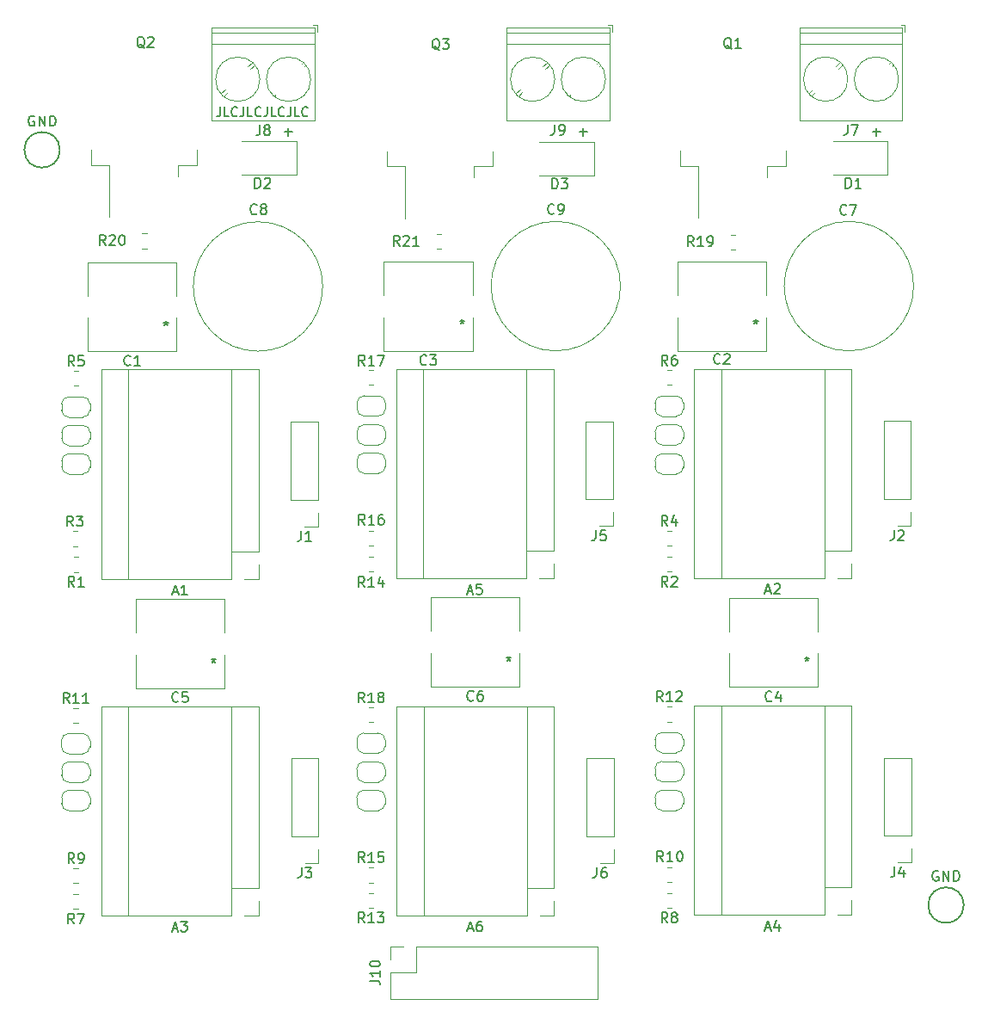
<source format=gbr>
%TF.GenerationSoftware,KiCad,Pcbnew,(6.0.2)*%
%TF.CreationDate,2022-02-23T19:09:50-05:00*%
%TF.ProjectId,SDP_motors,5344505f-6d6f-4746-9f72-732e6b696361,rev?*%
%TF.SameCoordinates,Original*%
%TF.FileFunction,Legend,Top*%
%TF.FilePolarity,Positive*%
%FSLAX46Y46*%
G04 Gerber Fmt 4.6, Leading zero omitted, Abs format (unit mm)*
G04 Created by KiCad (PCBNEW (6.0.2)) date 2022-02-23 19:09:50*
%MOMM*%
%LPD*%
G01*
G04 APERTURE LIST*
%ADD10C,0.150000*%
%ADD11C,0.120000*%
G04 APERTURE END LIST*
D10*
X172186647Y-57627828D02*
X172948552Y-57627828D01*
X172567600Y-58008780D02*
X172567600Y-57246876D01*
X178663695Y-130360800D02*
X178568457Y-130313180D01*
X178425600Y-130313180D01*
X178282742Y-130360800D01*
X178187504Y-130456038D01*
X178139885Y-130551276D01*
X178092266Y-130741752D01*
X178092266Y-130884609D01*
X178139885Y-131075085D01*
X178187504Y-131170323D01*
X178282742Y-131265561D01*
X178425600Y-131313180D01*
X178520838Y-131313180D01*
X178663695Y-131265561D01*
X178711314Y-131217942D01*
X178711314Y-130884609D01*
X178520838Y-130884609D01*
X179139885Y-131313180D02*
X179139885Y-130313180D01*
X179711314Y-131313180D01*
X179711314Y-130313180D01*
X180187504Y-131313180D02*
X180187504Y-130313180D01*
X180425600Y-130313180D01*
X180568457Y-130360800D01*
X180663695Y-130456038D01*
X180711314Y-130551276D01*
X180758933Y-130741752D01*
X180758933Y-130884609D01*
X180711314Y-131075085D01*
X180663695Y-131170323D01*
X180568457Y-131265561D01*
X180425600Y-131313180D01*
X180187504Y-131313180D01*
X89662095Y-56091200D02*
X89566857Y-56043580D01*
X89424000Y-56043580D01*
X89281142Y-56091200D01*
X89185904Y-56186438D01*
X89138285Y-56281676D01*
X89090666Y-56472152D01*
X89090666Y-56615009D01*
X89138285Y-56805485D01*
X89185904Y-56900723D01*
X89281142Y-56995961D01*
X89424000Y-57043580D01*
X89519238Y-57043580D01*
X89662095Y-56995961D01*
X89709714Y-56948342D01*
X89709714Y-56615009D01*
X89519238Y-56615009D01*
X90138285Y-57043580D02*
X90138285Y-56043580D01*
X90709714Y-57043580D01*
X90709714Y-56043580D01*
X91185904Y-57043580D02*
X91185904Y-56043580D01*
X91424000Y-56043580D01*
X91566857Y-56091200D01*
X91662095Y-56186438D01*
X91709714Y-56281676D01*
X91757333Y-56472152D01*
X91757333Y-56615009D01*
X91709714Y-56805485D01*
X91662095Y-56900723D01*
X91566857Y-56995961D01*
X91424000Y-57043580D01*
X91185904Y-57043580D01*
X107958457Y-55183942D02*
X107958457Y-55826800D01*
X107915600Y-55955371D01*
X107829885Y-56041085D01*
X107701314Y-56083942D01*
X107615600Y-56083942D01*
X108815600Y-56083942D02*
X108387028Y-56083942D01*
X108387028Y-55183942D01*
X109629885Y-55998228D02*
X109587028Y-56041085D01*
X109458457Y-56083942D01*
X109372742Y-56083942D01*
X109244171Y-56041085D01*
X109158457Y-55955371D01*
X109115600Y-55869657D01*
X109072742Y-55698228D01*
X109072742Y-55569657D01*
X109115600Y-55398228D01*
X109158457Y-55312514D01*
X109244171Y-55226800D01*
X109372742Y-55183942D01*
X109458457Y-55183942D01*
X109587028Y-55226800D01*
X109629885Y-55269657D01*
X110272742Y-55183942D02*
X110272742Y-55826800D01*
X110229885Y-55955371D01*
X110144171Y-56041085D01*
X110015600Y-56083942D01*
X109929885Y-56083942D01*
X111129885Y-56083942D02*
X110701314Y-56083942D01*
X110701314Y-55183942D01*
X111944171Y-55998228D02*
X111901314Y-56041085D01*
X111772742Y-56083942D01*
X111687028Y-56083942D01*
X111558457Y-56041085D01*
X111472742Y-55955371D01*
X111429885Y-55869657D01*
X111387028Y-55698228D01*
X111387028Y-55569657D01*
X111429885Y-55398228D01*
X111472742Y-55312514D01*
X111558457Y-55226800D01*
X111687028Y-55183942D01*
X111772742Y-55183942D01*
X111901314Y-55226800D01*
X111944171Y-55269657D01*
X112587028Y-55183942D02*
X112587028Y-55826800D01*
X112544171Y-55955371D01*
X112458457Y-56041085D01*
X112329885Y-56083942D01*
X112244171Y-56083942D01*
X113444171Y-56083942D02*
X113015600Y-56083942D01*
X113015600Y-55183942D01*
X114258457Y-55998228D02*
X114215600Y-56041085D01*
X114087028Y-56083942D01*
X114001314Y-56083942D01*
X113872742Y-56041085D01*
X113787028Y-55955371D01*
X113744171Y-55869657D01*
X113701314Y-55698228D01*
X113701314Y-55569657D01*
X113744171Y-55398228D01*
X113787028Y-55312514D01*
X113872742Y-55226800D01*
X114001314Y-55183942D01*
X114087028Y-55183942D01*
X114215600Y-55226800D01*
X114258457Y-55269657D01*
X114901314Y-55183942D02*
X114901314Y-55826800D01*
X114858457Y-55955371D01*
X114772742Y-56041085D01*
X114644171Y-56083942D01*
X114558457Y-56083942D01*
X115758457Y-56083942D02*
X115329885Y-56083942D01*
X115329885Y-55183942D01*
X116572742Y-55998228D02*
X116529885Y-56041085D01*
X116401314Y-56083942D01*
X116315600Y-56083942D01*
X116187028Y-56041085D01*
X116101314Y-55955371D01*
X116058457Y-55869657D01*
X116015600Y-55698228D01*
X116015600Y-55569657D01*
X116058457Y-55398228D01*
X116101314Y-55312514D01*
X116187028Y-55226800D01*
X116315600Y-55183942D01*
X116401314Y-55183942D01*
X116529885Y-55226800D01*
X116572742Y-55269657D01*
X143332247Y-57627828D02*
X144094152Y-57627828D01*
X143713200Y-58008780D02*
X143713200Y-57246876D01*
X114274647Y-57627828D02*
X115036552Y-57627828D01*
X114655600Y-58008780D02*
X114655600Y-57246876D01*
%TO.C,C3*%
X128281133Y-80468742D02*
X128233514Y-80516361D01*
X128090657Y-80563980D01*
X127995419Y-80563980D01*
X127852561Y-80516361D01*
X127757323Y-80421123D01*
X127709704Y-80325885D01*
X127662085Y-80135409D01*
X127662085Y-79992552D01*
X127709704Y-79802076D01*
X127757323Y-79706838D01*
X127852561Y-79611600D01*
X127995419Y-79563980D01*
X128090657Y-79563980D01*
X128233514Y-79611600D01*
X128281133Y-79659219D01*
X128614466Y-79563980D02*
X129233514Y-79563980D01*
X128900180Y-79944933D01*
X129043038Y-79944933D01*
X129138276Y-79992552D01*
X129185895Y-80040171D01*
X129233514Y-80135409D01*
X129233514Y-80373504D01*
X129185895Y-80468742D01*
X129138276Y-80516361D01*
X129043038Y-80563980D01*
X128757323Y-80563980D01*
X128662085Y-80516361D01*
X128614466Y-80468742D01*
X131775200Y-76058780D02*
X131775200Y-76296876D01*
X131537104Y-76201638D02*
X131775200Y-76296876D01*
X132013295Y-76201638D01*
X131632342Y-76487352D02*
X131775200Y-76296876D01*
X131918057Y-76487352D01*
%TO.C,R6*%
X152014733Y-80590380D02*
X151681400Y-80114190D01*
X151443304Y-80590380D02*
X151443304Y-79590380D01*
X151824257Y-79590380D01*
X151919495Y-79638000D01*
X151967114Y-79685619D01*
X152014733Y-79780857D01*
X152014733Y-79923714D01*
X151967114Y-80018952D01*
X151919495Y-80066571D01*
X151824257Y-80114190D01*
X151443304Y-80114190D01*
X152871876Y-79590380D02*
X152681400Y-79590380D01*
X152586161Y-79638000D01*
X152538542Y-79685619D01*
X152443304Y-79828476D01*
X152395685Y-80018952D01*
X152395685Y-80399904D01*
X152443304Y-80495142D01*
X152490923Y-80542761D01*
X152586161Y-80590380D01*
X152776638Y-80590380D01*
X152871876Y-80542761D01*
X152919495Y-80495142D01*
X152967114Y-80399904D01*
X152967114Y-80161809D01*
X152919495Y-80066571D01*
X152871876Y-80018952D01*
X152776638Y-79971333D01*
X152586161Y-79971333D01*
X152490923Y-80018952D01*
X152443304Y-80066571D01*
X152395685Y-80161809D01*
%TO.C,J5*%
X144949266Y-96829180D02*
X144949266Y-97543466D01*
X144901647Y-97686323D01*
X144806409Y-97781561D01*
X144663552Y-97829180D01*
X144568314Y-97829180D01*
X145901647Y-96829180D02*
X145425457Y-96829180D01*
X145377838Y-97305371D01*
X145425457Y-97257752D01*
X145520695Y-97210133D01*
X145758790Y-97210133D01*
X145854028Y-97257752D01*
X145901647Y-97305371D01*
X145949266Y-97400609D01*
X145949266Y-97638704D01*
X145901647Y-97733942D01*
X145854028Y-97781561D01*
X145758790Y-97829180D01*
X145520695Y-97829180D01*
X145425457Y-97781561D01*
X145377838Y-97733942D01*
%TO.C,Q3*%
X129571761Y-49569619D02*
X129476523Y-49522000D01*
X129381285Y-49426761D01*
X129238428Y-49283904D01*
X129143190Y-49236285D01*
X129047952Y-49236285D01*
X129095571Y-49474380D02*
X129000333Y-49426761D01*
X128905095Y-49331523D01*
X128857476Y-49141047D01*
X128857476Y-48807714D01*
X128905095Y-48617238D01*
X129000333Y-48522000D01*
X129095571Y-48474380D01*
X129286047Y-48474380D01*
X129381285Y-48522000D01*
X129476523Y-48617238D01*
X129524142Y-48807714D01*
X129524142Y-49141047D01*
X129476523Y-49331523D01*
X129381285Y-49426761D01*
X129286047Y-49474380D01*
X129095571Y-49474380D01*
X129857476Y-48474380D02*
X130476523Y-48474380D01*
X130143190Y-48855333D01*
X130286047Y-48855333D01*
X130381285Y-48902952D01*
X130428904Y-48950571D01*
X130476523Y-49045809D01*
X130476523Y-49283904D01*
X130428904Y-49379142D01*
X130381285Y-49426761D01*
X130286047Y-49474380D01*
X130000333Y-49474380D01*
X129905095Y-49426761D01*
X129857476Y-49379142D01*
%TO.C,R15*%
X122166142Y-129484380D02*
X121832809Y-129008190D01*
X121594714Y-129484380D02*
X121594714Y-128484380D01*
X121975666Y-128484380D01*
X122070904Y-128532000D01*
X122118523Y-128579619D01*
X122166142Y-128674857D01*
X122166142Y-128817714D01*
X122118523Y-128912952D01*
X122070904Y-128960571D01*
X121975666Y-129008190D01*
X121594714Y-129008190D01*
X123118523Y-129484380D02*
X122547095Y-129484380D01*
X122832809Y-129484380D02*
X122832809Y-128484380D01*
X122737571Y-128627238D01*
X122642333Y-128722476D01*
X122547095Y-128770095D01*
X124023285Y-128484380D02*
X123547095Y-128484380D01*
X123499476Y-128960571D01*
X123547095Y-128912952D01*
X123642333Y-128865333D01*
X123880428Y-128865333D01*
X123975666Y-128912952D01*
X124023285Y-128960571D01*
X124070904Y-129055809D01*
X124070904Y-129293904D01*
X124023285Y-129389142D01*
X123975666Y-129436761D01*
X123880428Y-129484380D01*
X123642333Y-129484380D01*
X123547095Y-129436761D01*
X123499476Y-129389142D01*
%TO.C,J2*%
X174301666Y-96819180D02*
X174301666Y-97533466D01*
X174254047Y-97676323D01*
X174158809Y-97771561D01*
X174015952Y-97819180D01*
X173920714Y-97819180D01*
X174730238Y-96914419D02*
X174777857Y-96866800D01*
X174873095Y-96819180D01*
X175111190Y-96819180D01*
X175206428Y-96866800D01*
X175254047Y-96914419D01*
X175301666Y-97009657D01*
X175301666Y-97104895D01*
X175254047Y-97247752D01*
X174682619Y-97819180D01*
X175301666Y-97819180D01*
%TO.C,J9*%
X140890666Y-56907180D02*
X140890666Y-57621466D01*
X140843047Y-57764323D01*
X140747809Y-57859561D01*
X140604952Y-57907180D01*
X140509714Y-57907180D01*
X141414476Y-57907180D02*
X141604952Y-57907180D01*
X141700190Y-57859561D01*
X141747809Y-57811942D01*
X141843047Y-57669085D01*
X141890666Y-57478609D01*
X141890666Y-57097657D01*
X141843047Y-57002419D01*
X141795428Y-56954800D01*
X141700190Y-56907180D01*
X141509714Y-56907180D01*
X141414476Y-56954800D01*
X141366857Y-57002419D01*
X141319238Y-57097657D01*
X141319238Y-57335752D01*
X141366857Y-57430990D01*
X141414476Y-57478609D01*
X141509714Y-57526228D01*
X141700190Y-57526228D01*
X141795428Y-57478609D01*
X141843047Y-57430990D01*
X141890666Y-57335752D01*
%TO.C,A1*%
X103288714Y-102894266D02*
X103764904Y-102894266D01*
X103193476Y-103179980D02*
X103526809Y-102179980D01*
X103860142Y-103179980D01*
X104717285Y-103179980D02*
X104145857Y-103179980D01*
X104431571Y-103179980D02*
X104431571Y-102179980D01*
X104336333Y-102322838D01*
X104241095Y-102418076D01*
X104145857Y-102465695D01*
%TO.C,C2*%
X157186333Y-80367142D02*
X157138714Y-80414761D01*
X156995857Y-80462380D01*
X156900619Y-80462380D01*
X156757761Y-80414761D01*
X156662523Y-80319523D01*
X156614904Y-80224285D01*
X156567285Y-80033809D01*
X156567285Y-79890952D01*
X156614904Y-79700476D01*
X156662523Y-79605238D01*
X156757761Y-79510000D01*
X156900619Y-79462380D01*
X156995857Y-79462380D01*
X157138714Y-79510000D01*
X157186333Y-79557619D01*
X157567285Y-79557619D02*
X157614904Y-79510000D01*
X157710142Y-79462380D01*
X157948238Y-79462380D01*
X158043476Y-79510000D01*
X158091095Y-79557619D01*
X158138714Y-79652857D01*
X158138714Y-79748095D01*
X158091095Y-79890952D01*
X157519666Y-80462380D01*
X158138714Y-80462380D01*
X160680400Y-76084180D02*
X160680400Y-76322276D01*
X160442304Y-76227038D02*
X160680400Y-76322276D01*
X160918495Y-76227038D01*
X160537542Y-76512752D02*
X160680400Y-76322276D01*
X160823257Y-76512752D01*
%TO.C,R5*%
X93584733Y-80651180D02*
X93251400Y-80174990D01*
X93013304Y-80651180D02*
X93013304Y-79651180D01*
X93394257Y-79651180D01*
X93489495Y-79698800D01*
X93537114Y-79746419D01*
X93584733Y-79841657D01*
X93584733Y-79984514D01*
X93537114Y-80079752D01*
X93489495Y-80127371D01*
X93394257Y-80174990D01*
X93013304Y-80174990D01*
X94489495Y-79651180D02*
X94013304Y-79651180D01*
X93965685Y-80127371D01*
X94013304Y-80079752D01*
X94108542Y-80032133D01*
X94346638Y-80032133D01*
X94441876Y-80079752D01*
X94489495Y-80127371D01*
X94537114Y-80222609D01*
X94537114Y-80460704D01*
X94489495Y-80555942D01*
X94441876Y-80603561D01*
X94346638Y-80651180D01*
X94108542Y-80651180D01*
X94013304Y-80603561D01*
X93965685Y-80555942D01*
%TO.C,J6*%
X145030866Y-129991580D02*
X145030866Y-130705866D01*
X144983247Y-130848723D01*
X144888009Y-130943961D01*
X144745152Y-130991580D01*
X144649914Y-130991580D01*
X145935628Y-129991580D02*
X145745152Y-129991580D01*
X145649914Y-130039200D01*
X145602295Y-130086819D01*
X145507057Y-130229676D01*
X145459438Y-130420152D01*
X145459438Y-130801104D01*
X145507057Y-130896342D01*
X145554676Y-130943961D01*
X145649914Y-130991580D01*
X145840390Y-130991580D01*
X145935628Y-130943961D01*
X145983247Y-130896342D01*
X146030866Y-130801104D01*
X146030866Y-130563009D01*
X145983247Y-130467771D01*
X145935628Y-130420152D01*
X145840390Y-130372533D01*
X145649914Y-130372533D01*
X145554676Y-130420152D01*
X145507057Y-130467771D01*
X145459438Y-130563009D01*
%TO.C,A3*%
X103278714Y-136015866D02*
X103754904Y-136015866D01*
X103183476Y-136301580D02*
X103516809Y-135301580D01*
X103850142Y-136301580D01*
X104088238Y-135301580D02*
X104707285Y-135301580D01*
X104373952Y-135682533D01*
X104516809Y-135682533D01*
X104612047Y-135730152D01*
X104659666Y-135777771D01*
X104707285Y-135873009D01*
X104707285Y-136111104D01*
X104659666Y-136206342D01*
X104612047Y-136253961D01*
X104516809Y-136301580D01*
X104231095Y-136301580D01*
X104135857Y-136253961D01*
X104088238Y-136206342D01*
%TO.C,R2*%
X152004733Y-102357180D02*
X151671400Y-101880990D01*
X151433304Y-102357180D02*
X151433304Y-101357180D01*
X151814257Y-101357180D01*
X151909495Y-101404800D01*
X151957114Y-101452419D01*
X152004733Y-101547657D01*
X152004733Y-101690514D01*
X151957114Y-101785752D01*
X151909495Y-101833371D01*
X151814257Y-101880990D01*
X151433304Y-101880990D01*
X152385685Y-101452419D02*
X152433304Y-101404800D01*
X152528542Y-101357180D01*
X152766638Y-101357180D01*
X152861876Y-101404800D01*
X152909495Y-101452419D01*
X152957114Y-101547657D01*
X152957114Y-101642895D01*
X152909495Y-101785752D01*
X152338066Y-102357180D01*
X152957114Y-102357180D01*
%TO.C,J4*%
X174348816Y-129940780D02*
X174348816Y-130655066D01*
X174301197Y-130797923D01*
X174205959Y-130893161D01*
X174063102Y-130940780D01*
X173967864Y-130940780D01*
X175253578Y-130274114D02*
X175253578Y-130940780D01*
X175015483Y-129893161D02*
X174777388Y-130607447D01*
X175396435Y-130607447D01*
%TO.C,D3*%
X140638304Y-63201180D02*
X140638304Y-62201180D01*
X140876400Y-62201180D01*
X141019257Y-62248800D01*
X141114495Y-62344038D01*
X141162114Y-62439276D01*
X141209733Y-62629752D01*
X141209733Y-62772609D01*
X141162114Y-62963085D01*
X141114495Y-63058323D01*
X141019257Y-63153561D01*
X140876400Y-63201180D01*
X140638304Y-63201180D01*
X141543066Y-62201180D02*
X142162114Y-62201180D01*
X141828780Y-62582133D01*
X141971638Y-62582133D01*
X142066876Y-62629752D01*
X142114495Y-62677371D01*
X142162114Y-62772609D01*
X142162114Y-63010704D01*
X142114495Y-63105942D01*
X142066876Y-63153561D01*
X141971638Y-63201180D01*
X141685923Y-63201180D01*
X141590685Y-63153561D01*
X141543066Y-63105942D01*
%TO.C,Q2*%
X100514161Y-49366419D02*
X100418923Y-49318800D01*
X100323685Y-49223561D01*
X100180828Y-49080704D01*
X100085590Y-49033085D01*
X99990352Y-49033085D01*
X100037971Y-49271180D02*
X99942733Y-49223561D01*
X99847495Y-49128323D01*
X99799876Y-48937847D01*
X99799876Y-48604514D01*
X99847495Y-48414038D01*
X99942733Y-48318800D01*
X100037971Y-48271180D01*
X100228447Y-48271180D01*
X100323685Y-48318800D01*
X100418923Y-48414038D01*
X100466542Y-48604514D01*
X100466542Y-48937847D01*
X100418923Y-49128323D01*
X100323685Y-49223561D01*
X100228447Y-49271180D01*
X100037971Y-49271180D01*
X100847495Y-48366419D02*
X100895114Y-48318800D01*
X100990352Y-48271180D01*
X101228447Y-48271180D01*
X101323685Y-48318800D01*
X101371304Y-48366419D01*
X101418923Y-48461657D01*
X101418923Y-48556895D01*
X101371304Y-48699752D01*
X100799876Y-49271180D01*
X101418923Y-49271180D01*
%TO.C,C8*%
X111557933Y-65645142D02*
X111510314Y-65692761D01*
X111367457Y-65740380D01*
X111272219Y-65740380D01*
X111129361Y-65692761D01*
X111034123Y-65597523D01*
X110986504Y-65502285D01*
X110938885Y-65311809D01*
X110938885Y-65168952D01*
X110986504Y-64978476D01*
X111034123Y-64883238D01*
X111129361Y-64788000D01*
X111272219Y-64740380D01*
X111367457Y-64740380D01*
X111510314Y-64788000D01*
X111557933Y-64835619D01*
X112129361Y-65168952D02*
X112034123Y-65121333D01*
X111986504Y-65073714D01*
X111938885Y-64978476D01*
X111938885Y-64930857D01*
X111986504Y-64835619D01*
X112034123Y-64788000D01*
X112129361Y-64740380D01*
X112319838Y-64740380D01*
X112415076Y-64788000D01*
X112462695Y-64835619D01*
X112510314Y-64930857D01*
X112510314Y-64978476D01*
X112462695Y-65073714D01*
X112415076Y-65121333D01*
X112319838Y-65168952D01*
X112129361Y-65168952D01*
X112034123Y-65216571D01*
X111986504Y-65264190D01*
X111938885Y-65359428D01*
X111938885Y-65549904D01*
X111986504Y-65645142D01*
X112034123Y-65692761D01*
X112129361Y-65740380D01*
X112319838Y-65740380D01*
X112415076Y-65692761D01*
X112462695Y-65645142D01*
X112510314Y-65549904D01*
X112510314Y-65359428D01*
X112462695Y-65264190D01*
X112415076Y-65216571D01*
X112319838Y-65168952D01*
%TO.C,C1*%
X99121933Y-80519542D02*
X99074314Y-80567161D01*
X98931457Y-80614780D01*
X98836219Y-80614780D01*
X98693361Y-80567161D01*
X98598123Y-80471923D01*
X98550504Y-80376685D01*
X98502885Y-80186209D01*
X98502885Y-80043352D01*
X98550504Y-79852876D01*
X98598123Y-79757638D01*
X98693361Y-79662400D01*
X98836219Y-79614780D01*
X98931457Y-79614780D01*
X99074314Y-79662400D01*
X99121933Y-79710019D01*
X100074314Y-80614780D02*
X99502885Y-80614780D01*
X99788600Y-80614780D02*
X99788600Y-79614780D01*
X99693361Y-79757638D01*
X99598123Y-79852876D01*
X99502885Y-79900495D01*
X102616000Y-76211180D02*
X102616000Y-76449276D01*
X102377904Y-76354038D02*
X102616000Y-76449276D01*
X102854095Y-76354038D01*
X102473142Y-76639752D02*
X102616000Y-76449276D01*
X102758857Y-76639752D01*
%TO.C,J8*%
X111858466Y-56955380D02*
X111858466Y-57669666D01*
X111810847Y-57812523D01*
X111715609Y-57907761D01*
X111572752Y-57955380D01*
X111477514Y-57955380D01*
X112477514Y-57383952D02*
X112382276Y-57336333D01*
X112334657Y-57288714D01*
X112287038Y-57193476D01*
X112287038Y-57145857D01*
X112334657Y-57050619D01*
X112382276Y-57003000D01*
X112477514Y-56955380D01*
X112667990Y-56955380D01*
X112763228Y-57003000D01*
X112810847Y-57050619D01*
X112858466Y-57145857D01*
X112858466Y-57193476D01*
X112810847Y-57288714D01*
X112763228Y-57336333D01*
X112667990Y-57383952D01*
X112477514Y-57383952D01*
X112382276Y-57431571D01*
X112334657Y-57479190D01*
X112287038Y-57574428D01*
X112287038Y-57764904D01*
X112334657Y-57860142D01*
X112382276Y-57907761D01*
X112477514Y-57955380D01*
X112667990Y-57955380D01*
X112763228Y-57907761D01*
X112810847Y-57860142D01*
X112858466Y-57764904D01*
X112858466Y-57574428D01*
X112810847Y-57479190D01*
X112763228Y-57431571D01*
X112667990Y-57383952D01*
%TO.C,R12*%
X151528542Y-113660180D02*
X151195209Y-113183990D01*
X150957114Y-113660180D02*
X150957114Y-112660180D01*
X151338066Y-112660180D01*
X151433304Y-112707800D01*
X151480923Y-112755419D01*
X151528542Y-112850657D01*
X151528542Y-112993514D01*
X151480923Y-113088752D01*
X151433304Y-113136371D01*
X151338066Y-113183990D01*
X150957114Y-113183990D01*
X152480923Y-113660180D02*
X151909495Y-113660180D01*
X152195209Y-113660180D02*
X152195209Y-112660180D01*
X152099971Y-112803038D01*
X152004733Y-112898276D01*
X151909495Y-112945895D01*
X152861876Y-112755419D02*
X152909495Y-112707800D01*
X153004733Y-112660180D01*
X153242828Y-112660180D01*
X153338066Y-112707800D01*
X153385685Y-112755419D01*
X153433304Y-112850657D01*
X153433304Y-112945895D01*
X153385685Y-113088752D01*
X152814257Y-113660180D01*
X153433304Y-113660180D01*
%TO.C,R8*%
X152004733Y-135427980D02*
X151671400Y-134951790D01*
X151433304Y-135427980D02*
X151433304Y-134427980D01*
X151814257Y-134427980D01*
X151909495Y-134475600D01*
X151957114Y-134523219D01*
X152004733Y-134618457D01*
X152004733Y-134761314D01*
X151957114Y-134856552D01*
X151909495Y-134904171D01*
X151814257Y-134951790D01*
X151433304Y-134951790D01*
X152576161Y-134856552D02*
X152480923Y-134808933D01*
X152433304Y-134761314D01*
X152385685Y-134666076D01*
X152385685Y-134618457D01*
X152433304Y-134523219D01*
X152480923Y-134475600D01*
X152576161Y-134427980D01*
X152766638Y-134427980D01*
X152861876Y-134475600D01*
X152909495Y-134523219D01*
X152957114Y-134618457D01*
X152957114Y-134666076D01*
X152909495Y-134761314D01*
X152861876Y-134808933D01*
X152766638Y-134856552D01*
X152576161Y-134856552D01*
X152480923Y-134904171D01*
X152433304Y-134951790D01*
X152385685Y-135047028D01*
X152385685Y-135237504D01*
X152433304Y-135332742D01*
X152480923Y-135380361D01*
X152576161Y-135427980D01*
X152766638Y-135427980D01*
X152861876Y-135380361D01*
X152909495Y-135332742D01*
X152957114Y-135237504D01*
X152957114Y-135047028D01*
X152909495Y-134951790D01*
X152861876Y-134904171D01*
X152766638Y-134856552D01*
%TO.C,J7*%
X169742916Y-56937980D02*
X169742916Y-57652266D01*
X169695297Y-57795123D01*
X169600059Y-57890361D01*
X169457202Y-57937980D01*
X169361964Y-57937980D01*
X170123869Y-56937980D02*
X170790535Y-56937980D01*
X170361964Y-57937980D01*
%TO.C,R3*%
X93483133Y-96413580D02*
X93149800Y-95937390D01*
X92911704Y-96413580D02*
X92911704Y-95413580D01*
X93292657Y-95413580D01*
X93387895Y-95461200D01*
X93435514Y-95508819D01*
X93483133Y-95604057D01*
X93483133Y-95746914D01*
X93435514Y-95842152D01*
X93387895Y-95889771D01*
X93292657Y-95937390D01*
X92911704Y-95937390D01*
X93816466Y-95413580D02*
X94435514Y-95413580D01*
X94102180Y-95794533D01*
X94245038Y-95794533D01*
X94340276Y-95842152D01*
X94387895Y-95889771D01*
X94435514Y-95985009D01*
X94435514Y-96223104D01*
X94387895Y-96318342D01*
X94340276Y-96365961D01*
X94245038Y-96413580D01*
X93959323Y-96413580D01*
X93864085Y-96365961D01*
X93816466Y-96318342D01*
%TO.C,A6*%
X132346314Y-136005866D02*
X132822504Y-136005866D01*
X132251076Y-136291580D02*
X132584409Y-135291580D01*
X132917742Y-136291580D01*
X133679647Y-135291580D02*
X133489171Y-135291580D01*
X133393933Y-135339200D01*
X133346314Y-135386819D01*
X133251076Y-135529676D01*
X133203457Y-135720152D01*
X133203457Y-136101104D01*
X133251076Y-136196342D01*
X133298695Y-136243961D01*
X133393933Y-136291580D01*
X133584409Y-136291580D01*
X133679647Y-136243961D01*
X133727266Y-136196342D01*
X133774885Y-136101104D01*
X133774885Y-135863009D01*
X133727266Y-135767771D01*
X133679647Y-135720152D01*
X133584409Y-135672533D01*
X133393933Y-135672533D01*
X133298695Y-135720152D01*
X133251076Y-135767771D01*
X133203457Y-135863009D01*
%TO.C,R13*%
X122166142Y-135427980D02*
X121832809Y-134951790D01*
X121594714Y-135427980D02*
X121594714Y-134427980D01*
X121975666Y-134427980D01*
X122070904Y-134475600D01*
X122118523Y-134523219D01*
X122166142Y-134618457D01*
X122166142Y-134761314D01*
X122118523Y-134856552D01*
X122070904Y-134904171D01*
X121975666Y-134951790D01*
X121594714Y-134951790D01*
X123118523Y-135427980D02*
X122547095Y-135427980D01*
X122832809Y-135427980D02*
X122832809Y-134427980D01*
X122737571Y-134570838D01*
X122642333Y-134666076D01*
X122547095Y-134713695D01*
X123451857Y-134427980D02*
X124070904Y-134427980D01*
X123737571Y-134808933D01*
X123880428Y-134808933D01*
X123975666Y-134856552D01*
X124023285Y-134904171D01*
X124070904Y-134999409D01*
X124070904Y-135237504D01*
X124023285Y-135332742D01*
X123975666Y-135380361D01*
X123880428Y-135427980D01*
X123594714Y-135427980D01*
X123499476Y-135380361D01*
X123451857Y-135332742D01*
%TO.C,R4*%
X152004733Y-96362780D02*
X151671400Y-95886590D01*
X151433304Y-96362780D02*
X151433304Y-95362780D01*
X151814257Y-95362780D01*
X151909495Y-95410400D01*
X151957114Y-95458019D01*
X152004733Y-95553257D01*
X152004733Y-95696114D01*
X151957114Y-95791352D01*
X151909495Y-95838971D01*
X151814257Y-95886590D01*
X151433304Y-95886590D01*
X152861876Y-95696114D02*
X152861876Y-96362780D01*
X152623780Y-95315161D02*
X152385685Y-96029447D01*
X153004733Y-96029447D01*
%TO.C,R21*%
X125620542Y-68829180D02*
X125287209Y-68352990D01*
X125049114Y-68829180D02*
X125049114Y-67829180D01*
X125430066Y-67829180D01*
X125525304Y-67876800D01*
X125572923Y-67924419D01*
X125620542Y-68019657D01*
X125620542Y-68162514D01*
X125572923Y-68257752D01*
X125525304Y-68305371D01*
X125430066Y-68352990D01*
X125049114Y-68352990D01*
X126001495Y-67924419D02*
X126049114Y-67876800D01*
X126144352Y-67829180D01*
X126382447Y-67829180D01*
X126477685Y-67876800D01*
X126525304Y-67924419D01*
X126572923Y-68019657D01*
X126572923Y-68114895D01*
X126525304Y-68257752D01*
X125953876Y-68829180D01*
X126572923Y-68829180D01*
X127525304Y-68829180D02*
X126953876Y-68829180D01*
X127239590Y-68829180D02*
X127239590Y-67829180D01*
X127144352Y-67972038D01*
X127049114Y-68067276D01*
X126953876Y-68114895D01*
%TO.C,R20*%
X96664542Y-68778380D02*
X96331209Y-68302190D01*
X96093114Y-68778380D02*
X96093114Y-67778380D01*
X96474066Y-67778380D01*
X96569304Y-67826000D01*
X96616923Y-67873619D01*
X96664542Y-67968857D01*
X96664542Y-68111714D01*
X96616923Y-68206952D01*
X96569304Y-68254571D01*
X96474066Y-68302190D01*
X96093114Y-68302190D01*
X97045495Y-67873619D02*
X97093114Y-67826000D01*
X97188352Y-67778380D01*
X97426447Y-67778380D01*
X97521685Y-67826000D01*
X97569304Y-67873619D01*
X97616923Y-67968857D01*
X97616923Y-68064095D01*
X97569304Y-68206952D01*
X96997876Y-68778380D01*
X97616923Y-68778380D01*
X98235971Y-67778380D02*
X98331209Y-67778380D01*
X98426447Y-67826000D01*
X98474066Y-67873619D01*
X98521685Y-67968857D01*
X98569304Y-68159333D01*
X98569304Y-68397428D01*
X98521685Y-68587904D01*
X98474066Y-68683142D01*
X98426447Y-68730761D01*
X98331209Y-68778380D01*
X98235971Y-68778380D01*
X98140733Y-68730761D01*
X98093114Y-68683142D01*
X98045495Y-68587904D01*
X97997876Y-68397428D01*
X97997876Y-68159333D01*
X98045495Y-67968857D01*
X98093114Y-67873619D01*
X98140733Y-67826000D01*
X98235971Y-67778380D01*
%TO.C,A2*%
X161677914Y-102782666D02*
X162154104Y-102782666D01*
X161582676Y-103068380D02*
X161916009Y-102068380D01*
X162249342Y-103068380D01*
X162535057Y-102163619D02*
X162582676Y-102116000D01*
X162677914Y-102068380D01*
X162916009Y-102068380D01*
X163011247Y-102116000D01*
X163058866Y-102163619D01*
X163106485Y-102258857D01*
X163106485Y-102354095D01*
X163058866Y-102496952D01*
X162487438Y-103068380D01*
X163106485Y-103068380D01*
%TO.C,R18*%
X122166142Y-113762780D02*
X121832809Y-113286590D01*
X121594714Y-113762780D02*
X121594714Y-112762780D01*
X121975666Y-112762780D01*
X122070904Y-112810400D01*
X122118523Y-112858019D01*
X122166142Y-112953257D01*
X122166142Y-113096114D01*
X122118523Y-113191352D01*
X122070904Y-113238971D01*
X121975666Y-113286590D01*
X121594714Y-113286590D01*
X123118523Y-113762780D02*
X122547095Y-113762780D01*
X122832809Y-113762780D02*
X122832809Y-112762780D01*
X122737571Y-112905638D01*
X122642333Y-113000876D01*
X122547095Y-113048495D01*
X123689952Y-113191352D02*
X123594714Y-113143733D01*
X123547095Y-113096114D01*
X123499476Y-113000876D01*
X123499476Y-112953257D01*
X123547095Y-112858019D01*
X123594714Y-112810400D01*
X123689952Y-112762780D01*
X123880428Y-112762780D01*
X123975666Y-112810400D01*
X124023285Y-112858019D01*
X124070904Y-112953257D01*
X124070904Y-113000876D01*
X124023285Y-113096114D01*
X123975666Y-113143733D01*
X123880428Y-113191352D01*
X123689952Y-113191352D01*
X123594714Y-113238971D01*
X123547095Y-113286590D01*
X123499476Y-113381828D01*
X123499476Y-113572304D01*
X123547095Y-113667542D01*
X123594714Y-113715161D01*
X123689952Y-113762780D01*
X123880428Y-113762780D01*
X123975666Y-113715161D01*
X124023285Y-113667542D01*
X124070904Y-113572304D01*
X124070904Y-113381828D01*
X124023285Y-113286590D01*
X123975666Y-113238971D01*
X123880428Y-113191352D01*
%TO.C,R9*%
X93584733Y-129585980D02*
X93251400Y-129109790D01*
X93013304Y-129585980D02*
X93013304Y-128585980D01*
X93394257Y-128585980D01*
X93489495Y-128633600D01*
X93537114Y-128681219D01*
X93584733Y-128776457D01*
X93584733Y-128919314D01*
X93537114Y-129014552D01*
X93489495Y-129062171D01*
X93394257Y-129109790D01*
X93013304Y-129109790D01*
X94060923Y-129585980D02*
X94251400Y-129585980D01*
X94346638Y-129538361D01*
X94394257Y-129490742D01*
X94489495Y-129347885D01*
X94537114Y-129157409D01*
X94537114Y-128776457D01*
X94489495Y-128681219D01*
X94441876Y-128633600D01*
X94346638Y-128585980D01*
X94156161Y-128585980D01*
X94060923Y-128633600D01*
X94013304Y-128681219D01*
X93965685Y-128776457D01*
X93965685Y-129014552D01*
X94013304Y-129109790D01*
X94060923Y-129157409D01*
X94156161Y-129205028D01*
X94346638Y-129205028D01*
X94441876Y-129157409D01*
X94489495Y-129109790D01*
X94537114Y-129014552D01*
%TO.C,J1*%
X115922466Y-96879980D02*
X115922466Y-97594266D01*
X115874847Y-97737123D01*
X115779609Y-97832361D01*
X115636752Y-97879980D01*
X115541514Y-97879980D01*
X116922466Y-97879980D02*
X116351038Y-97879980D01*
X116636752Y-97879980D02*
X116636752Y-96879980D01*
X116541514Y-97022838D01*
X116446276Y-97118076D01*
X116351038Y-97165695D01*
%TO.C,J3*%
X115963266Y-130001580D02*
X115963266Y-130715866D01*
X115915647Y-130858723D01*
X115820409Y-130953961D01*
X115677552Y-131001580D01*
X115582314Y-131001580D01*
X116344219Y-130001580D02*
X116963266Y-130001580D01*
X116629933Y-130382533D01*
X116772790Y-130382533D01*
X116868028Y-130430152D01*
X116915647Y-130477771D01*
X116963266Y-130573009D01*
X116963266Y-130811104D01*
X116915647Y-130906342D01*
X116868028Y-130953961D01*
X116772790Y-131001580D01*
X116487076Y-131001580D01*
X116391838Y-130953961D01*
X116344219Y-130906342D01*
%TO.C,C4*%
X162266333Y-113564942D02*
X162218714Y-113612561D01*
X162075857Y-113660180D01*
X161980619Y-113660180D01*
X161837761Y-113612561D01*
X161742523Y-113517323D01*
X161694904Y-113422085D01*
X161647285Y-113231609D01*
X161647285Y-113088752D01*
X161694904Y-112898276D01*
X161742523Y-112803038D01*
X161837761Y-112707800D01*
X161980619Y-112660180D01*
X162075857Y-112660180D01*
X162218714Y-112707800D01*
X162266333Y-112755419D01*
X163123476Y-112993514D02*
X163123476Y-113660180D01*
X162885380Y-112612561D02*
X162647285Y-113326847D01*
X163266333Y-113326847D01*
X165735000Y-109281980D02*
X165735000Y-109520076D01*
X165496904Y-109424838D02*
X165735000Y-109520076D01*
X165973095Y-109424838D01*
X165592142Y-109710552D02*
X165735000Y-109520076D01*
X165877857Y-109710552D01*
%TO.C,D1*%
X169546904Y-63150380D02*
X169546904Y-62150380D01*
X169785000Y-62150380D01*
X169927857Y-62198000D01*
X170023095Y-62293238D01*
X170070714Y-62388476D01*
X170118333Y-62578952D01*
X170118333Y-62721809D01*
X170070714Y-62912285D01*
X170023095Y-63007523D01*
X169927857Y-63102761D01*
X169785000Y-63150380D01*
X169546904Y-63150380D01*
X171070714Y-63150380D02*
X170499285Y-63150380D01*
X170785000Y-63150380D02*
X170785000Y-62150380D01*
X170689761Y-62293238D01*
X170594523Y-62388476D01*
X170499285Y-62436095D01*
%TO.C,R11*%
X93098542Y-113823580D02*
X92765209Y-113347390D01*
X92527114Y-113823580D02*
X92527114Y-112823580D01*
X92908066Y-112823580D01*
X93003304Y-112871200D01*
X93050923Y-112918819D01*
X93098542Y-113014057D01*
X93098542Y-113156914D01*
X93050923Y-113252152D01*
X93003304Y-113299771D01*
X92908066Y-113347390D01*
X92527114Y-113347390D01*
X94050923Y-113823580D02*
X93479495Y-113823580D01*
X93765209Y-113823580D02*
X93765209Y-112823580D01*
X93669971Y-112966438D01*
X93574733Y-113061676D01*
X93479495Y-113109295D01*
X95003304Y-113823580D02*
X94431876Y-113823580D01*
X94717590Y-113823580D02*
X94717590Y-112823580D01*
X94622352Y-112966438D01*
X94527114Y-113061676D01*
X94431876Y-113109295D01*
%TO.C,D2*%
X111377504Y-63150380D02*
X111377504Y-62150380D01*
X111615600Y-62150380D01*
X111758457Y-62198000D01*
X111853695Y-62293238D01*
X111901314Y-62388476D01*
X111948933Y-62578952D01*
X111948933Y-62721809D01*
X111901314Y-62912285D01*
X111853695Y-63007523D01*
X111758457Y-63102761D01*
X111615600Y-63150380D01*
X111377504Y-63150380D01*
X112329885Y-62245619D02*
X112377504Y-62198000D01*
X112472742Y-62150380D01*
X112710838Y-62150380D01*
X112806076Y-62198000D01*
X112853695Y-62245619D01*
X112901314Y-62340857D01*
X112901314Y-62436095D01*
X112853695Y-62578952D01*
X112282266Y-63150380D01*
X112901314Y-63150380D01*
%TO.C,R10*%
X151579342Y-129382780D02*
X151246009Y-128906590D01*
X151007914Y-129382780D02*
X151007914Y-128382780D01*
X151388866Y-128382780D01*
X151484104Y-128430400D01*
X151531723Y-128478019D01*
X151579342Y-128573257D01*
X151579342Y-128716114D01*
X151531723Y-128811352D01*
X151484104Y-128858971D01*
X151388866Y-128906590D01*
X151007914Y-128906590D01*
X152531723Y-129382780D02*
X151960295Y-129382780D01*
X152246009Y-129382780D02*
X152246009Y-128382780D01*
X152150771Y-128525638D01*
X152055533Y-128620876D01*
X151960295Y-128668495D01*
X153150771Y-128382780D02*
X153246009Y-128382780D01*
X153341247Y-128430400D01*
X153388866Y-128478019D01*
X153436485Y-128573257D01*
X153484104Y-128763733D01*
X153484104Y-129001828D01*
X153436485Y-129192304D01*
X153388866Y-129287542D01*
X153341247Y-129335161D01*
X153246009Y-129382780D01*
X153150771Y-129382780D01*
X153055533Y-129335161D01*
X153007914Y-129287542D01*
X152960295Y-129192304D01*
X152912676Y-129001828D01*
X152912676Y-128763733D01*
X152960295Y-128573257D01*
X153007914Y-128478019D01*
X153055533Y-128430400D01*
X153150771Y-128382780D01*
%TO.C,J10*%
X122706780Y-141149923D02*
X123421066Y-141149923D01*
X123563923Y-141197542D01*
X123659161Y-141292780D01*
X123706780Y-141435638D01*
X123706780Y-141530876D01*
X123706780Y-140149923D02*
X123706780Y-140721352D01*
X123706780Y-140435638D02*
X122706780Y-140435638D01*
X122849638Y-140530876D01*
X122944876Y-140626114D01*
X122992495Y-140721352D01*
X122706780Y-139530876D02*
X122706780Y-139435638D01*
X122754400Y-139340400D01*
X122802019Y-139292780D01*
X122897257Y-139245161D01*
X123087733Y-139197542D01*
X123325828Y-139197542D01*
X123516304Y-139245161D01*
X123611542Y-139292780D01*
X123659161Y-139340400D01*
X123706780Y-139435638D01*
X123706780Y-139530876D01*
X123659161Y-139626114D01*
X123611542Y-139673733D01*
X123516304Y-139721352D01*
X123325828Y-139768971D01*
X123087733Y-139768971D01*
X122897257Y-139721352D01*
X122802019Y-139673733D01*
X122754400Y-139626114D01*
X122706780Y-139530876D01*
%TO.C,Q1*%
X158324561Y-49468019D02*
X158229323Y-49420400D01*
X158134085Y-49325161D01*
X157991228Y-49182304D01*
X157895990Y-49134685D01*
X157800752Y-49134685D01*
X157848371Y-49372780D02*
X157753133Y-49325161D01*
X157657895Y-49229923D01*
X157610276Y-49039447D01*
X157610276Y-48706114D01*
X157657895Y-48515638D01*
X157753133Y-48420400D01*
X157848371Y-48372780D01*
X158038847Y-48372780D01*
X158134085Y-48420400D01*
X158229323Y-48515638D01*
X158276942Y-48706114D01*
X158276942Y-49039447D01*
X158229323Y-49229923D01*
X158134085Y-49325161D01*
X158038847Y-49372780D01*
X157848371Y-49372780D01*
X159229323Y-49372780D02*
X158657895Y-49372780D01*
X158943609Y-49372780D02*
X158943609Y-48372780D01*
X158848371Y-48515638D01*
X158753133Y-48610876D01*
X158657895Y-48658495D01*
%TO.C,R16*%
X122186142Y-96261180D02*
X121852809Y-95784990D01*
X121614714Y-96261180D02*
X121614714Y-95261180D01*
X121995666Y-95261180D01*
X122090904Y-95308800D01*
X122138523Y-95356419D01*
X122186142Y-95451657D01*
X122186142Y-95594514D01*
X122138523Y-95689752D01*
X122090904Y-95737371D01*
X121995666Y-95784990D01*
X121614714Y-95784990D01*
X123138523Y-96261180D02*
X122567095Y-96261180D01*
X122852809Y-96261180D02*
X122852809Y-95261180D01*
X122757571Y-95404038D01*
X122662333Y-95499276D01*
X122567095Y-95546895D01*
X123995666Y-95261180D02*
X123805190Y-95261180D01*
X123709952Y-95308800D01*
X123662333Y-95356419D01*
X123567095Y-95499276D01*
X123519476Y-95689752D01*
X123519476Y-96070704D01*
X123567095Y-96165942D01*
X123614714Y-96213561D01*
X123709952Y-96261180D01*
X123900428Y-96261180D01*
X123995666Y-96213561D01*
X124043285Y-96165942D01*
X124090904Y-96070704D01*
X124090904Y-95832609D01*
X124043285Y-95737371D01*
X123995666Y-95689752D01*
X123900428Y-95642133D01*
X123709952Y-95642133D01*
X123614714Y-95689752D01*
X123567095Y-95737371D01*
X123519476Y-95832609D01*
%TO.C,R1*%
X93584733Y-102357180D02*
X93251400Y-101880990D01*
X93013304Y-102357180D02*
X93013304Y-101357180D01*
X93394257Y-101357180D01*
X93489495Y-101404800D01*
X93537114Y-101452419D01*
X93584733Y-101547657D01*
X93584733Y-101690514D01*
X93537114Y-101785752D01*
X93489495Y-101833371D01*
X93394257Y-101880990D01*
X93013304Y-101880990D01*
X94537114Y-102357180D02*
X93965685Y-102357180D01*
X94251400Y-102357180D02*
X94251400Y-101357180D01*
X94156161Y-101500038D01*
X94060923Y-101595276D01*
X93965685Y-101642895D01*
%TO.C,R19*%
X154576542Y-68879980D02*
X154243209Y-68403790D01*
X154005114Y-68879980D02*
X154005114Y-67879980D01*
X154386066Y-67879980D01*
X154481304Y-67927600D01*
X154528923Y-67975219D01*
X154576542Y-68070457D01*
X154576542Y-68213314D01*
X154528923Y-68308552D01*
X154481304Y-68356171D01*
X154386066Y-68403790D01*
X154005114Y-68403790D01*
X155528923Y-68879980D02*
X154957495Y-68879980D01*
X155243209Y-68879980D02*
X155243209Y-67879980D01*
X155147971Y-68022838D01*
X155052733Y-68118076D01*
X154957495Y-68165695D01*
X156005114Y-68879980D02*
X156195590Y-68879980D01*
X156290828Y-68832361D01*
X156338447Y-68784742D01*
X156433685Y-68641885D01*
X156481304Y-68451409D01*
X156481304Y-68070457D01*
X156433685Y-67975219D01*
X156386066Y-67927600D01*
X156290828Y-67879980D01*
X156100352Y-67879980D01*
X156005114Y-67927600D01*
X155957495Y-67975219D01*
X155909876Y-68070457D01*
X155909876Y-68308552D01*
X155957495Y-68403790D01*
X156005114Y-68451409D01*
X156100352Y-68499028D01*
X156290828Y-68499028D01*
X156386066Y-68451409D01*
X156433685Y-68403790D01*
X156481304Y-68308552D01*
%TO.C,C7*%
X169632333Y-65685942D02*
X169584714Y-65733561D01*
X169441857Y-65781180D01*
X169346619Y-65781180D01*
X169203761Y-65733561D01*
X169108523Y-65638323D01*
X169060904Y-65543085D01*
X169013285Y-65352609D01*
X169013285Y-65209752D01*
X169060904Y-65019276D01*
X169108523Y-64924038D01*
X169203761Y-64828800D01*
X169346619Y-64781180D01*
X169441857Y-64781180D01*
X169584714Y-64828800D01*
X169632333Y-64876419D01*
X169965666Y-64781180D02*
X170632333Y-64781180D01*
X170203761Y-65781180D01*
%TO.C,A5*%
X132315514Y-102833466D02*
X132791704Y-102833466D01*
X132220276Y-103119180D02*
X132553609Y-102119180D01*
X132886942Y-103119180D01*
X133696466Y-102119180D02*
X133220276Y-102119180D01*
X133172657Y-102595371D01*
X133220276Y-102547752D01*
X133315514Y-102500133D01*
X133553609Y-102500133D01*
X133648847Y-102547752D01*
X133696466Y-102595371D01*
X133744085Y-102690609D01*
X133744085Y-102928704D01*
X133696466Y-103023942D01*
X133648847Y-103071561D01*
X133553609Y-103119180D01*
X133315514Y-103119180D01*
X133220276Y-103071561D01*
X133172657Y-103023942D01*
%TO.C,C5*%
X103836333Y-113641142D02*
X103788714Y-113688761D01*
X103645857Y-113736380D01*
X103550619Y-113736380D01*
X103407761Y-113688761D01*
X103312523Y-113593523D01*
X103264904Y-113498285D01*
X103217285Y-113307809D01*
X103217285Y-113164952D01*
X103264904Y-112974476D01*
X103312523Y-112879238D01*
X103407761Y-112784000D01*
X103550619Y-112736380D01*
X103645857Y-112736380D01*
X103788714Y-112784000D01*
X103836333Y-112831619D01*
X104741095Y-112736380D02*
X104264904Y-112736380D01*
X104217285Y-113212571D01*
X104264904Y-113164952D01*
X104360142Y-113117333D01*
X104598238Y-113117333D01*
X104693476Y-113164952D01*
X104741095Y-113212571D01*
X104788714Y-113307809D01*
X104788714Y-113545904D01*
X104741095Y-113641142D01*
X104693476Y-113688761D01*
X104598238Y-113736380D01*
X104360142Y-113736380D01*
X104264904Y-113688761D01*
X104217285Y-113641142D01*
X107315000Y-109383580D02*
X107315000Y-109621676D01*
X107076904Y-109526438D02*
X107315000Y-109621676D01*
X107553095Y-109526438D01*
X107172142Y-109812152D02*
X107315000Y-109621676D01*
X107457857Y-109812152D01*
%TO.C,C6*%
X132903933Y-113514142D02*
X132856314Y-113561761D01*
X132713457Y-113609380D01*
X132618219Y-113609380D01*
X132475361Y-113561761D01*
X132380123Y-113466523D01*
X132332504Y-113371285D01*
X132284885Y-113180809D01*
X132284885Y-113037952D01*
X132332504Y-112847476D01*
X132380123Y-112752238D01*
X132475361Y-112657000D01*
X132618219Y-112609380D01*
X132713457Y-112609380D01*
X132856314Y-112657000D01*
X132903933Y-112704619D01*
X133761076Y-112609380D02*
X133570600Y-112609380D01*
X133475361Y-112657000D01*
X133427742Y-112704619D01*
X133332504Y-112847476D01*
X133284885Y-113037952D01*
X133284885Y-113418904D01*
X133332504Y-113514142D01*
X133380123Y-113561761D01*
X133475361Y-113609380D01*
X133665838Y-113609380D01*
X133761076Y-113561761D01*
X133808695Y-113514142D01*
X133856314Y-113418904D01*
X133856314Y-113180809D01*
X133808695Y-113085571D01*
X133761076Y-113037952D01*
X133665838Y-112990333D01*
X133475361Y-112990333D01*
X133380123Y-113037952D01*
X133332504Y-113085571D01*
X133284885Y-113180809D01*
X136372600Y-109205780D02*
X136372600Y-109443876D01*
X136134504Y-109348638D02*
X136372600Y-109443876D01*
X136610695Y-109348638D01*
X136229742Y-109634352D02*
X136372600Y-109443876D01*
X136515457Y-109634352D01*
%TO.C,A4*%
X161657914Y-135955066D02*
X162134104Y-135955066D01*
X161562676Y-136240780D02*
X161896009Y-135240780D01*
X162229342Y-136240780D01*
X162991247Y-135574114D02*
X162991247Y-136240780D01*
X162753152Y-135193161D02*
X162515057Y-135907447D01*
X163134104Y-135907447D01*
%TO.C,R17*%
X122186142Y-80590380D02*
X121852809Y-80114190D01*
X121614714Y-80590380D02*
X121614714Y-79590380D01*
X121995666Y-79590380D01*
X122090904Y-79638000D01*
X122138523Y-79685619D01*
X122186142Y-79780857D01*
X122186142Y-79923714D01*
X122138523Y-80018952D01*
X122090904Y-80066571D01*
X121995666Y-80114190D01*
X121614714Y-80114190D01*
X123138523Y-80590380D02*
X122567095Y-80590380D01*
X122852809Y-80590380D02*
X122852809Y-79590380D01*
X122757571Y-79733238D01*
X122662333Y-79828476D01*
X122567095Y-79876095D01*
X123471857Y-79590380D02*
X124138523Y-79590380D01*
X123709952Y-80590380D01*
%TO.C,R7*%
X93574733Y-135529580D02*
X93241400Y-135053390D01*
X93003304Y-135529580D02*
X93003304Y-134529580D01*
X93384257Y-134529580D01*
X93479495Y-134577200D01*
X93527114Y-134624819D01*
X93574733Y-134720057D01*
X93574733Y-134862914D01*
X93527114Y-134958152D01*
X93479495Y-135005771D01*
X93384257Y-135053390D01*
X93003304Y-135053390D01*
X93908066Y-134529580D02*
X94574733Y-134529580D01*
X94146161Y-135529580D01*
%TO.C,R14*%
X122166142Y-102407980D02*
X121832809Y-101931790D01*
X121594714Y-102407980D02*
X121594714Y-101407980D01*
X121975666Y-101407980D01*
X122070904Y-101455600D01*
X122118523Y-101503219D01*
X122166142Y-101598457D01*
X122166142Y-101741314D01*
X122118523Y-101836552D01*
X122070904Y-101884171D01*
X121975666Y-101931790D01*
X121594714Y-101931790D01*
X123118523Y-102407980D02*
X122547095Y-102407980D01*
X122832809Y-102407980D02*
X122832809Y-101407980D01*
X122737571Y-101550838D01*
X122642333Y-101646076D01*
X122547095Y-101693695D01*
X123975666Y-101741314D02*
X123975666Y-102407980D01*
X123737571Y-101360361D02*
X123499476Y-102074647D01*
X124118523Y-102074647D01*
%TO.C,C9*%
X140828733Y-65635142D02*
X140781114Y-65682761D01*
X140638257Y-65730380D01*
X140543019Y-65730380D01*
X140400161Y-65682761D01*
X140304923Y-65587523D01*
X140257304Y-65492285D01*
X140209685Y-65301809D01*
X140209685Y-65158952D01*
X140257304Y-64968476D01*
X140304923Y-64873238D01*
X140400161Y-64778000D01*
X140543019Y-64730380D01*
X140638257Y-64730380D01*
X140781114Y-64778000D01*
X140828733Y-64825619D01*
X141304923Y-65730380D02*
X141495400Y-65730380D01*
X141590638Y-65682761D01*
X141638257Y-65635142D01*
X141733495Y-65492285D01*
X141781114Y-65301809D01*
X141781114Y-64920857D01*
X141733495Y-64825619D01*
X141685876Y-64778000D01*
X141590638Y-64730380D01*
X141400161Y-64730380D01*
X141304923Y-64778000D01*
X141257304Y-64825619D01*
X141209685Y-64920857D01*
X141209685Y-65158952D01*
X141257304Y-65254190D01*
X141304923Y-65301809D01*
X141400161Y-65349428D01*
X141590638Y-65349428D01*
X141685876Y-65301809D01*
X141733495Y-65254190D01*
X141781114Y-65158952D01*
D11*
%TO.C,C3*%
X124076300Y-75859640D02*
X124076300Y-79159100D01*
X132839300Y-70396100D02*
X124076300Y-70396100D01*
X132839300Y-79159100D02*
X132839300Y-75859640D01*
X124076300Y-79159100D02*
X132839300Y-79159100D01*
X132839300Y-73695560D02*
X132839300Y-70396100D01*
X124076300Y-70396100D02*
X124076300Y-73695560D01*
%TO.C,R6*%
X151954336Y-81053000D02*
X152408464Y-81053000D01*
X151954336Y-82523000D02*
X152408464Y-82523000D01*
%TO.C,JP16*%
X121409000Y-118054400D02*
X121409000Y-117454400D01*
X123509000Y-118754400D02*
X122109000Y-118754400D01*
X122109000Y-116754400D02*
X123509000Y-116754400D01*
X124209000Y-117454400D02*
X124209000Y-118054400D01*
X121409000Y-118054400D02*
G75*
G03*
X122109000Y-118754400I699999J-1D01*
G01*
X124209000Y-117454400D02*
G75*
G03*
X123509000Y-116754400I-699999J1D01*
G01*
X123509000Y-118754400D02*
G75*
G03*
X124209000Y-118054400I1J699999D01*
G01*
X122109000Y-116754400D02*
G75*
G03*
X121409000Y-117454400I-1J-699999D01*
G01*
%TO.C,J5*%
X146612600Y-93776800D02*
X143952600Y-93776800D01*
X146612600Y-86096800D02*
X143952600Y-86096800D01*
X146612600Y-93776800D02*
X146612600Y-86096800D01*
X146612600Y-96376800D02*
X145282600Y-96376800D01*
X143952600Y-93776800D02*
X143952600Y-86096800D01*
X146612600Y-95046800D02*
X146612600Y-96376800D01*
%TO.C,JP11*%
X151471400Y-119548400D02*
X152871400Y-119548400D01*
X152871400Y-121548400D02*
X151471400Y-121548400D01*
X150771400Y-120848400D02*
X150771400Y-120248400D01*
X153571400Y-120248400D02*
X153571400Y-120848400D01*
X152871400Y-121548400D02*
G75*
G03*
X153571400Y-120848400I1J699999D01*
G01*
X150771400Y-120848400D02*
G75*
G03*
X151471400Y-121548400I699999J-1D01*
G01*
X151471400Y-119548400D02*
G75*
G03*
X150771400Y-120248400I-1J-699999D01*
G01*
X153571400Y-120248400D02*
G75*
G03*
X152871400Y-119548400I-699999J1D01*
G01*
%TO.C,Q3*%
X124375400Y-61014400D02*
X126185400Y-61014400D01*
X134775400Y-59514400D02*
X134775400Y-61014400D01*
X124375400Y-59514400D02*
X124375400Y-61014400D01*
X134775400Y-61014400D02*
X132965400Y-61014400D01*
X132965400Y-61014400D02*
X132965400Y-62114400D01*
X126185400Y-61014400D02*
X126185400Y-66139400D01*
%TO.C,R15*%
X123036064Y-131494200D02*
X122581936Y-131494200D01*
X123036064Y-130024200D02*
X122581936Y-130024200D01*
%TO.C,JP2*%
X95151400Y-87187600D02*
X95151400Y-87787600D01*
X93051400Y-86487600D02*
X94451400Y-86487600D01*
X94451400Y-88487600D02*
X93051400Y-88487600D01*
X92351400Y-87787600D02*
X92351400Y-87187600D01*
X94451400Y-88487600D02*
G75*
G03*
X95151400Y-87787600I1J699999D01*
G01*
X93051400Y-86487600D02*
G75*
G03*
X92351400Y-87187600I-1J-699999D01*
G01*
X95151400Y-87187600D02*
G75*
G03*
X94451400Y-86487600I-699999J1D01*
G01*
X92351400Y-87787600D02*
G75*
G03*
X93051400Y-88487600I699999J-1D01*
G01*
%TO.C,J2*%
X175965000Y-93766800D02*
X175965000Y-86086800D01*
X175965000Y-86086800D02*
X173305000Y-86086800D01*
X175965000Y-95036800D02*
X175965000Y-96366800D01*
X175965000Y-93766800D02*
X173305000Y-93766800D01*
X173305000Y-93766800D02*
X173305000Y-86086800D01*
X175965000Y-96366800D02*
X174635000Y-96366800D01*
%TO.C,J9*%
X142336000Y-54097000D02*
X142443000Y-53990000D01*
X146524000Y-47783000D02*
X146524000Y-47143000D01*
X146284000Y-48943000D02*
X136164000Y-48943000D01*
X145006000Y-50896000D02*
X145112000Y-50789000D01*
X145272000Y-51162000D02*
X145378000Y-51055000D01*
X136164000Y-56503000D02*
X136164000Y-47383000D01*
X146284000Y-56503000D02*
X146284000Y-47383000D01*
X146284000Y-47383000D02*
X136164000Y-47383000D01*
X139982000Y-51451000D02*
X140377000Y-51055000D01*
X146284000Y-47843000D02*
X136164000Y-47843000D01*
X142070000Y-53831000D02*
X142177000Y-53724000D01*
X137070000Y-53831000D02*
X137465000Y-53435000D01*
X146284000Y-56503000D02*
X136164000Y-56503000D01*
X139731000Y-51169000D02*
X140111000Y-50789000D01*
X146524000Y-47143000D02*
X146124000Y-47143000D01*
X137336000Y-54097000D02*
X137716000Y-53717000D01*
X145904000Y-52443000D02*
G75*
G03*
X145904000Y-52443000I-2180000J0D01*
G01*
X140904000Y-52443000D02*
G75*
G03*
X140904000Y-52443000I-2180000J0D01*
G01*
%TO.C,JP12*%
X151471400Y-122393200D02*
X152871400Y-122393200D01*
X153571400Y-123093200D02*
X153571400Y-123693200D01*
X150771400Y-123693200D02*
X150771400Y-123093200D01*
X152871400Y-124393200D02*
X151471400Y-124393200D01*
X152871400Y-124393200D02*
G75*
G03*
X153571400Y-123693200I1J699999D01*
G01*
X151471400Y-122393200D02*
G75*
G03*
X150771400Y-123093200I-1J-699999D01*
G01*
X150771400Y-123693200D02*
G75*
G03*
X151471400Y-124393200I699999J-1D01*
G01*
X153571400Y-123093200D02*
G75*
G03*
X152871400Y-122393200I-699999J1D01*
G01*
D10*
%TO.C,TP1*%
X92174000Y-59385200D02*
G75*
G03*
X92174000Y-59385200I-1750000J0D01*
G01*
D11*
%TO.C,A1*%
X98923000Y-101587600D02*
X98923000Y-81007600D01*
X96253000Y-81007600D02*
X96253000Y-101587600D01*
X96253000Y-101587600D02*
X109083000Y-101587600D01*
X110353000Y-101587600D02*
X111753000Y-101587600D01*
X111753000Y-98917600D02*
X111753000Y-81007600D01*
X111753000Y-101587600D02*
X111753000Y-100187600D01*
X109083000Y-101587600D02*
X109083000Y-98917600D01*
X111753000Y-81007600D02*
X96253000Y-81007600D01*
X109083000Y-98917600D02*
X109083000Y-81007600D01*
X109083000Y-98917600D02*
X111753000Y-98917600D01*
%TO.C,C2*%
X161750850Y-79159100D02*
X161750850Y-75859640D01*
X152987850Y-75859640D02*
X152987850Y-79159100D01*
X161750850Y-73695560D02*
X161750850Y-70396100D01*
X161750850Y-70396100D02*
X152987850Y-70396100D01*
X152987850Y-70396100D02*
X152987850Y-73695560D01*
X152987850Y-79159100D02*
X161750850Y-79159100D01*
%TO.C,R5*%
X93524336Y-81113800D02*
X93978464Y-81113800D01*
X93524336Y-82583800D02*
X93978464Y-82583800D01*
%TO.C,JP5*%
X151471400Y-86426800D02*
X152871400Y-86426800D01*
X152871400Y-88426800D02*
X151471400Y-88426800D01*
X150771400Y-87726800D02*
X150771400Y-87126800D01*
X153571400Y-87126800D02*
X153571400Y-87726800D01*
X151471400Y-86426800D02*
G75*
G03*
X150771400Y-87126800I-1J-699999D01*
G01*
X153571400Y-87126800D02*
G75*
G03*
X152871400Y-86426800I-699999J1D01*
G01*
X152871400Y-88426800D02*
G75*
G03*
X153571400Y-87726800I1J699999D01*
G01*
X150771400Y-87726800D02*
G75*
G03*
X151471400Y-88426800I699999J-1D01*
G01*
%TO.C,J6*%
X146694200Y-126939200D02*
X146694200Y-119259200D01*
X146694200Y-128209200D02*
X146694200Y-129539200D01*
X146694200Y-119259200D02*
X144034200Y-119259200D01*
X146694200Y-126939200D02*
X144034200Y-126939200D01*
X146694200Y-129539200D02*
X145364200Y-129539200D01*
X144034200Y-126939200D02*
X144034200Y-119259200D01*
%TO.C,A3*%
X96243000Y-134709200D02*
X109073000Y-134709200D01*
X96243000Y-114129200D02*
X96243000Y-134709200D01*
X110343000Y-134709200D02*
X111743000Y-134709200D01*
X111743000Y-134709200D02*
X111743000Y-133309200D01*
X109073000Y-134709200D02*
X109073000Y-132039200D01*
X98913000Y-134709200D02*
X98913000Y-114129200D01*
X109073000Y-132039200D02*
X111743000Y-132039200D01*
X111743000Y-114129200D02*
X96243000Y-114129200D01*
X109073000Y-132039200D02*
X109073000Y-114129200D01*
X111743000Y-132039200D02*
X111743000Y-114129200D01*
%TO.C,R2*%
X152408464Y-100861800D02*
X151954336Y-100861800D01*
X152408464Y-99391800D02*
X151954336Y-99391800D01*
%TO.C,J4*%
X173352150Y-126888400D02*
X173352150Y-119208400D01*
X176012150Y-129488400D02*
X174682150Y-129488400D01*
X176012150Y-126888400D02*
X176012150Y-119208400D01*
X176012150Y-128158400D02*
X176012150Y-129488400D01*
X176012150Y-119208400D02*
X173352150Y-119208400D01*
X176012150Y-126888400D02*
X173352150Y-126888400D01*
%TO.C,D3*%
X144776400Y-58598800D02*
X139376400Y-58598800D01*
X144776400Y-61898800D02*
X144776400Y-58598800D01*
X144776400Y-61898800D02*
X139376400Y-61898800D01*
%TO.C,Q2*%
X103847000Y-60897400D02*
X103847000Y-61997400D01*
X105657000Y-59397400D02*
X105657000Y-60897400D01*
X97067000Y-60897400D02*
X97067000Y-66022400D01*
X105657000Y-60897400D02*
X103847000Y-60897400D01*
X95257000Y-59397400D02*
X95257000Y-60897400D01*
X95257000Y-60897400D02*
X97067000Y-60897400D01*
%TO.C,C8*%
X118053800Y-72831800D02*
G75*
G03*
X118053800Y-72831800I-6370000J0D01*
G01*
%TO.C,C1*%
X103670100Y-79194500D02*
X103670100Y-75895040D01*
X94907100Y-75895040D02*
X94907100Y-79194500D01*
X94907100Y-79194500D02*
X103670100Y-79194500D01*
X103670100Y-70431500D02*
X94907100Y-70431500D01*
X94907100Y-70431500D02*
X94907100Y-73730960D01*
X103670100Y-73730960D02*
X103670100Y-70431500D01*
%TO.C,J8*%
X116239800Y-51162000D02*
X116345800Y-51055000D01*
X113303800Y-54097000D02*
X113410800Y-53990000D01*
X108303800Y-54097000D02*
X108683800Y-53717000D01*
X110949800Y-51451000D02*
X111344800Y-51055000D01*
X117491800Y-47143000D02*
X117091800Y-47143000D01*
X117251800Y-47843000D02*
X107131800Y-47843000D01*
X117251800Y-48943000D02*
X107131800Y-48943000D01*
X117251800Y-56503000D02*
X117251800Y-47383000D01*
X117251800Y-47383000D02*
X107131800Y-47383000D01*
X117251800Y-56503000D02*
X107131800Y-56503000D01*
X113037800Y-53831000D02*
X113144800Y-53724000D01*
X117491800Y-47783000D02*
X117491800Y-47143000D01*
X108037800Y-53831000D02*
X108432800Y-53435000D01*
X107131800Y-56503000D02*
X107131800Y-47383000D01*
X115973800Y-50896000D02*
X116079800Y-50789000D01*
X110698800Y-51169000D02*
X111078800Y-50789000D01*
X111871800Y-52443000D02*
G75*
G03*
X111871800Y-52443000I-2180000J0D01*
G01*
X116871800Y-52443000D02*
G75*
G03*
X116871800Y-52443000I-2180000J0D01*
G01*
%TO.C,R12*%
X151950686Y-115644600D02*
X152404814Y-115644600D01*
X151950686Y-114174600D02*
X152404814Y-114174600D01*
%TO.C,R8*%
X152404814Y-132513400D02*
X151950686Y-132513400D01*
X152404814Y-133983400D02*
X151950686Y-133983400D01*
%TO.C,J7*%
X173858250Y-50878600D02*
X173964250Y-50771600D01*
X175136250Y-56485600D02*
X165016250Y-56485600D01*
X175136250Y-56485600D02*
X175136250Y-47365600D01*
X175136250Y-48925600D02*
X165016250Y-48925600D01*
X166188250Y-54079600D02*
X166568250Y-53699600D01*
X175376250Y-47765600D02*
X175376250Y-47125600D01*
X170922250Y-53813600D02*
X171029250Y-53706600D01*
X175376250Y-47125600D02*
X174976250Y-47125600D01*
X171188250Y-54079600D02*
X171295250Y-53972600D01*
X168583250Y-51151600D02*
X168963250Y-50771600D01*
X174124250Y-51144600D02*
X174230250Y-51037600D01*
X175136250Y-47825600D02*
X165016250Y-47825600D01*
X165016250Y-56485600D02*
X165016250Y-47365600D01*
X165922250Y-53813600D02*
X166317250Y-53417600D01*
X175136250Y-47365600D02*
X165016250Y-47365600D01*
X168834250Y-51433600D02*
X169229250Y-51037600D01*
X174756250Y-52425600D02*
G75*
G03*
X174756250Y-52425600I-2180000J0D01*
G01*
X169756250Y-52425600D02*
G75*
G03*
X169756250Y-52425600I-2180000J0D01*
G01*
%TO.C,JP9*%
X94441400Y-124403200D02*
X93041400Y-124403200D01*
X95141400Y-123103200D02*
X95141400Y-123703200D01*
X93041400Y-122403200D02*
X94441400Y-122403200D01*
X92341400Y-123703200D02*
X92341400Y-123103200D01*
X92341400Y-123703200D02*
G75*
G03*
X93041400Y-124403200I699999J-1D01*
G01*
X93041400Y-122403200D02*
G75*
G03*
X92341400Y-123103200I-1J-699999D01*
G01*
X94441400Y-124403200D02*
G75*
G03*
X95141400Y-123703200I1J699999D01*
G01*
X95141400Y-123103200D02*
G75*
G03*
X94441400Y-122403200I-699999J1D01*
G01*
%TO.C,JP8*%
X94441400Y-121609200D02*
X93041400Y-121609200D01*
X92341400Y-120909200D02*
X92341400Y-120309200D01*
X93041400Y-119609200D02*
X94441400Y-119609200D01*
X95141400Y-120309200D02*
X95141400Y-120909200D01*
X92341400Y-120909200D02*
G75*
G03*
X93041400Y-121609200I699999J-1D01*
G01*
X93041400Y-119609200D02*
G75*
G03*
X92341400Y-120309200I-1J-699999D01*
G01*
X94441400Y-121609200D02*
G75*
G03*
X95141400Y-120909200I1J699999D01*
G01*
X95141400Y-120309200D02*
G75*
G03*
X94441400Y-119609200I-699999J1D01*
G01*
%TO.C,R3*%
X93927664Y-96902600D02*
X93473536Y-96902600D01*
X93927664Y-98372600D02*
X93473536Y-98372600D01*
D10*
%TO.C,TP2*%
X181175600Y-133705600D02*
G75*
G03*
X181175600Y-133705600I-1750000J0D01*
G01*
D11*
%TO.C,A6*%
X138140600Y-132029200D02*
X138140600Y-114119200D01*
X140810600Y-134699200D02*
X140810600Y-133299200D01*
X140810600Y-132029200D02*
X140810600Y-114119200D01*
X140810600Y-114119200D02*
X125310600Y-114119200D01*
X139410600Y-134699200D02*
X140810600Y-134699200D01*
X138140600Y-132029200D02*
X140810600Y-132029200D01*
X125310600Y-114119200D02*
X125310600Y-134699200D01*
X138140600Y-134699200D02*
X138140600Y-132029200D01*
X127980600Y-134699200D02*
X127980600Y-114119200D01*
X125310600Y-134699200D02*
X138140600Y-134699200D01*
%TO.C,JP1*%
X94441000Y-85693600D02*
X93041000Y-85693600D01*
X93041000Y-83693600D02*
X94441000Y-83693600D01*
X95141000Y-84393600D02*
X95141000Y-84993600D01*
X92341000Y-84993600D02*
X92341000Y-84393600D01*
X95141000Y-84393600D02*
G75*
G03*
X94441000Y-83693600I-699999J1D01*
G01*
X94441000Y-85693600D02*
G75*
G03*
X95141000Y-84993600I1J699999D01*
G01*
X93041000Y-83693600D02*
G75*
G03*
X92341000Y-84393600I-1J-699999D01*
G01*
X92341000Y-84993600D02*
G75*
G03*
X93041000Y-85693600I699999J-1D01*
G01*
%TO.C,JP18*%
X121409000Y-123693200D02*
X121409000Y-123093200D01*
X122109000Y-122393200D02*
X123509000Y-122393200D01*
X123509000Y-124393200D02*
X122109000Y-124393200D01*
X124209000Y-123093200D02*
X124209000Y-123693200D01*
X122109000Y-122393200D02*
G75*
G03*
X121409000Y-123093200I-1J-699999D01*
G01*
X121409000Y-123693200D02*
G75*
G03*
X122109000Y-124393200I699999J-1D01*
G01*
X123509000Y-124393200D02*
G75*
G03*
X124209000Y-123693200I1J699999D01*
G01*
X124209000Y-123093200D02*
G75*
G03*
X123509000Y-122393200I-699999J1D01*
G01*
%TO.C,R13*%
X123036064Y-133983400D02*
X122581936Y-133983400D01*
X123036064Y-132513400D02*
X122581936Y-132513400D01*
%TO.C,R4*%
X152408464Y-98321800D02*
X151954336Y-98321800D01*
X152408464Y-96851800D02*
X151954336Y-96851800D01*
%TO.C,R21*%
X129297536Y-67641800D02*
X129751664Y-67641800D01*
X129297536Y-69111800D02*
X129751664Y-69111800D01*
%TO.C,R20*%
X100280736Y-67626400D02*
X100734864Y-67626400D01*
X100280736Y-69096400D02*
X100734864Y-69096400D01*
%TO.C,JP15*%
X121430900Y-90520800D02*
X121430900Y-89920800D01*
X123530900Y-91220800D02*
X122130900Y-91220800D01*
X124230900Y-89920800D02*
X124230900Y-90520800D01*
X122130900Y-89220800D02*
X123530900Y-89220800D01*
X122130900Y-89220800D02*
G75*
G03*
X121430900Y-89920800I-1J-699999D01*
G01*
X124230900Y-89920800D02*
G75*
G03*
X123530900Y-89220800I-699999J1D01*
G01*
X123530900Y-91220800D02*
G75*
G03*
X124230900Y-90520800I1J699999D01*
G01*
X121430900Y-90520800D02*
G75*
G03*
X122130900Y-91220800I699999J-1D01*
G01*
%TO.C,A2*%
X167462200Y-101526800D02*
X167462200Y-98856800D01*
X170132200Y-101526800D02*
X170132200Y-100126800D01*
X168732200Y-101526800D02*
X170132200Y-101526800D01*
X167462200Y-98856800D02*
X167462200Y-80946800D01*
X170132200Y-80946800D02*
X154632200Y-80946800D01*
X157302200Y-101526800D02*
X157302200Y-80946800D01*
X154632200Y-80946800D02*
X154632200Y-101526800D01*
X154632200Y-101526800D02*
X167462200Y-101526800D01*
X170132200Y-98856800D02*
X170132200Y-80946800D01*
X167462200Y-98856800D02*
X170132200Y-98856800D01*
%TO.C,JP13*%
X123530900Y-85582000D02*
X122130900Y-85582000D01*
X121430900Y-84882000D02*
X121430900Y-84282000D01*
X124230900Y-84282000D02*
X124230900Y-84882000D01*
X122130900Y-83582000D02*
X123530900Y-83582000D01*
X123530900Y-85582000D02*
G75*
G03*
X124230900Y-84882000I1J699999D01*
G01*
X124230900Y-84282000D02*
G75*
G03*
X123530900Y-83582000I-699999J1D01*
G01*
X122130900Y-83582000D02*
G75*
G03*
X121430900Y-84282000I-1J-699999D01*
G01*
X121430900Y-84882000D02*
G75*
G03*
X122130900Y-85582000I699999J-1D01*
G01*
%TO.C,R18*%
X122581936Y-114225400D02*
X123036064Y-114225400D01*
X122581936Y-115695400D02*
X123036064Y-115695400D01*
%TO.C,R9*%
X93968464Y-130034200D02*
X93514336Y-130034200D01*
X93968464Y-131504200D02*
X93514336Y-131504200D01*
%TO.C,J1*%
X114925800Y-93827600D02*
X114925800Y-86147600D01*
X117585800Y-96427600D02*
X116255800Y-96427600D01*
X117585800Y-95097600D02*
X117585800Y-96427600D01*
X117585800Y-86147600D02*
X114925800Y-86147600D01*
X117585800Y-93827600D02*
X117585800Y-86147600D01*
X117585800Y-93827600D02*
X114925800Y-93827600D01*
%TO.C,J3*%
X117626600Y-129549200D02*
X116296600Y-129549200D01*
X117626600Y-126949200D02*
X114966600Y-126949200D01*
X117626600Y-119269200D02*
X114966600Y-119269200D01*
X117626600Y-126949200D02*
X117626600Y-119269200D01*
X114966600Y-126949200D02*
X114966600Y-119269200D01*
X117626600Y-128219200D02*
X117626600Y-129549200D01*
%TO.C,C4*%
X166814500Y-106766360D02*
X166814500Y-103466900D01*
X158051500Y-112229900D02*
X166814500Y-112229900D01*
X158051500Y-103466900D02*
X158051500Y-106766360D01*
X166814500Y-112229900D02*
X166814500Y-108930440D01*
X166814500Y-103466900D02*
X158051500Y-103466900D01*
X158051500Y-108930440D02*
X158051500Y-112229900D01*
%TO.C,D1*%
X173685000Y-58548000D02*
X168285000Y-58548000D01*
X173685000Y-61848000D02*
X168285000Y-61848000D01*
X173685000Y-61848000D02*
X173685000Y-58548000D01*
%TO.C,R11*%
X93514336Y-114286200D02*
X93968464Y-114286200D01*
X93514336Y-115756200D02*
X93968464Y-115756200D01*
%TO.C,JP6*%
X150771400Y-90593800D02*
X150771400Y-89993800D01*
X152871400Y-91293800D02*
X151471400Y-91293800D01*
X153571400Y-89993800D02*
X153571400Y-90593800D01*
X151471400Y-89293800D02*
X152871400Y-89293800D01*
X152871400Y-91293800D02*
G75*
G03*
X153571400Y-90593800I1J699999D01*
G01*
X150771400Y-90593800D02*
G75*
G03*
X151471400Y-91293800I699999J-1D01*
G01*
X151471400Y-89293800D02*
G75*
G03*
X150771400Y-89993800I-1J-699999D01*
G01*
X153571400Y-89993800D02*
G75*
G03*
X152871400Y-89293800I-699999J1D01*
G01*
%TO.C,D2*%
X115515600Y-58548000D02*
X110115600Y-58548000D01*
X115515600Y-61848000D02*
X110115600Y-61848000D01*
X115515600Y-61848000D02*
X115515600Y-58548000D01*
%TO.C,R10*%
X152404814Y-131443400D02*
X151950686Y-131443400D01*
X152404814Y-129973400D02*
X151950686Y-129973400D01*
%TO.C,J10*%
X124694400Y-137740400D02*
X126024400Y-137740400D01*
X127294400Y-137740400D02*
X145134400Y-137740400D01*
X124694400Y-142940400D02*
X124694400Y-140340400D01*
X145134400Y-142940400D02*
X145134400Y-137740400D01*
X124694400Y-140340400D02*
X127294400Y-140340400D01*
X127294400Y-140340400D02*
X127294400Y-137740400D01*
X124694400Y-139070400D02*
X124694400Y-137740400D01*
X124694400Y-142940400D02*
X145134400Y-142940400D01*
%TO.C,JP7*%
X92331000Y-118115200D02*
X92331000Y-117515200D01*
X95131000Y-117515200D02*
X95131000Y-118115200D01*
X94431000Y-118815200D02*
X93031000Y-118815200D01*
X93031000Y-116815200D02*
X94431000Y-116815200D01*
X95131000Y-117515200D02*
G75*
G03*
X94431000Y-116815200I-699999J1D01*
G01*
X92331000Y-118115200D02*
G75*
G03*
X93031000Y-118815200I699999J-1D01*
G01*
X93031000Y-116815200D02*
G75*
G03*
X92331000Y-117515200I-1J-699999D01*
G01*
X94431000Y-118815200D02*
G75*
G03*
X95131000Y-118115200I1J699999D01*
G01*
%TO.C,JP4*%
X151471400Y-83604200D02*
X152871400Y-83604200D01*
X152871400Y-85604200D02*
X151471400Y-85604200D01*
X153571400Y-84304200D02*
X153571400Y-84904200D01*
X150771400Y-84904200D02*
X150771400Y-84304200D01*
X153571400Y-84304200D02*
G75*
G03*
X152871400Y-83604200I-699999J1D01*
G01*
X152871400Y-85604200D02*
G75*
G03*
X153571400Y-84904200I1J699999D01*
G01*
X150771400Y-84904200D02*
G75*
G03*
X151471400Y-85604200I699999J-1D01*
G01*
X151471400Y-83604200D02*
G75*
G03*
X150771400Y-84304200I-1J-699999D01*
G01*
%TO.C,Q1*%
X163636150Y-59463600D02*
X163636150Y-60963600D01*
X153236150Y-60963600D02*
X155046150Y-60963600D01*
X153236150Y-59463600D02*
X153236150Y-60963600D01*
X163636150Y-60963600D02*
X161826150Y-60963600D01*
X161826150Y-60963600D02*
X161826150Y-62063600D01*
X155046150Y-60963600D02*
X155046150Y-66088600D01*
%TO.C,R16*%
X123056064Y-98321800D02*
X122601936Y-98321800D01*
X123056064Y-96851800D02*
X122601936Y-96851800D01*
%TO.C,R1*%
X93978464Y-99452600D02*
X93524336Y-99452600D01*
X93978464Y-100922600D02*
X93524336Y-100922600D01*
%TO.C,R19*%
X158209086Y-67743400D02*
X158663214Y-67743400D01*
X158209086Y-69213400D02*
X158663214Y-69213400D01*
%TO.C,C7*%
X176236150Y-72796400D02*
G75*
G03*
X176236150Y-72796400I-6370000J0D01*
G01*
%TO.C,A5*%
X138109800Y-98856800D02*
X138109800Y-80946800D01*
X138109800Y-101526800D02*
X138109800Y-98856800D01*
X125279800Y-80946800D02*
X125279800Y-101526800D01*
X125279800Y-101526800D02*
X138109800Y-101526800D01*
X140779800Y-80946800D02*
X125279800Y-80946800D01*
X138109800Y-98856800D02*
X140779800Y-98856800D01*
X127949800Y-101526800D02*
X127949800Y-80946800D01*
X140779800Y-98856800D02*
X140779800Y-80946800D01*
X140779800Y-101526800D02*
X140779800Y-100126800D01*
X139379800Y-101526800D02*
X140779800Y-101526800D01*
%TO.C,C5*%
X99621500Y-109042040D02*
X99621500Y-112341500D01*
X108384500Y-112341500D02*
X108384500Y-109042040D01*
X99621500Y-103578500D02*
X99621500Y-106877960D01*
X108384500Y-106877960D02*
X108384500Y-103578500D01*
X108384500Y-103578500D02*
X99621500Y-103578500D01*
X99621500Y-112341500D02*
X108384500Y-112341500D01*
%TO.C,C6*%
X137452100Y-112179100D02*
X137452100Y-108879640D01*
X137452100Y-103416100D02*
X128689100Y-103416100D01*
X128689100Y-112179100D02*
X137452100Y-112179100D01*
X137452100Y-106715560D02*
X137452100Y-103416100D01*
X128689100Y-108879640D02*
X128689100Y-112179100D01*
X128689100Y-103416100D02*
X128689100Y-106715560D01*
%TO.C,A4*%
X168722200Y-134648400D02*
X170122200Y-134648400D01*
X167452200Y-131978400D02*
X167452200Y-114068400D01*
X167452200Y-134648400D02*
X167452200Y-131978400D01*
X154622200Y-114068400D02*
X154622200Y-134648400D01*
X170122200Y-134648400D02*
X170122200Y-133248400D01*
X170122200Y-131978400D02*
X170122200Y-114068400D01*
X157292200Y-134648400D02*
X157292200Y-114068400D01*
X170122200Y-114068400D02*
X154622200Y-114068400D01*
X154622200Y-134648400D02*
X167452200Y-134648400D01*
X167452200Y-131978400D02*
X170122200Y-131978400D01*
%TO.C,R17*%
X122601936Y-82523000D02*
X123056064Y-82523000D01*
X122601936Y-81053000D02*
X123056064Y-81053000D01*
%TO.C,JP17*%
X121409000Y-120899200D02*
X121409000Y-120299200D01*
X123509000Y-121599200D02*
X122109000Y-121599200D01*
X122109000Y-119599200D02*
X123509000Y-119599200D01*
X124209000Y-120299200D02*
X124209000Y-120899200D01*
X121409000Y-120899200D02*
G75*
G03*
X122109000Y-121599200I699999J-1D01*
G01*
X124209000Y-120299200D02*
G75*
G03*
X123509000Y-119599200I-699999J1D01*
G01*
X122109000Y-119599200D02*
G75*
G03*
X121409000Y-120299200I-1J-699999D01*
G01*
X123509000Y-121599200D02*
G75*
G03*
X124209000Y-120899200I1J699999D01*
G01*
%TO.C,JP14*%
X123530900Y-88426800D02*
X122130900Y-88426800D01*
X121430900Y-87726800D02*
X121430900Y-87126800D01*
X124230900Y-87126800D02*
X124230900Y-87726800D01*
X122130900Y-86426800D02*
X123530900Y-86426800D01*
X121430900Y-87726800D02*
G75*
G03*
X122130900Y-88426800I699999J-1D01*
G01*
X123530900Y-88426800D02*
G75*
G03*
X124230900Y-87726800I1J699999D01*
G01*
X122130900Y-86426800D02*
G75*
G03*
X121430900Y-87126800I-1J-699999D01*
G01*
X124230900Y-87126800D02*
G75*
G03*
X123530900Y-86426800I-699999J1D01*
G01*
%TO.C,R7*%
X93968464Y-132625000D02*
X93514336Y-132625000D01*
X93968464Y-134095000D02*
X93514336Y-134095000D01*
%TO.C,R14*%
X123056064Y-100861800D02*
X122601936Y-100861800D01*
X123056064Y-99391800D02*
X122601936Y-99391800D01*
%TO.C,C9*%
X147375400Y-72796400D02*
G75*
G03*
X147375400Y-72796400I-6370000J0D01*
G01*
%TO.C,JP10*%
X151471400Y-116703600D02*
X152871400Y-116703600D01*
X153571400Y-117403600D02*
X153571400Y-118003600D01*
X150771400Y-118003600D02*
X150771400Y-117403600D01*
X152871400Y-118703600D02*
X151471400Y-118703600D01*
X153571400Y-117403600D02*
G75*
G03*
X152871400Y-116703600I-699999J1D01*
G01*
X152871400Y-118703600D02*
G75*
G03*
X153571400Y-118003600I1J699999D01*
G01*
X151471400Y-116703600D02*
G75*
G03*
X150771400Y-117403600I-1J-699999D01*
G01*
X150771400Y-118003600D02*
G75*
G03*
X151471400Y-118703600I699999J-1D01*
G01*
%TO.C,JP3*%
X92351400Y-90581600D02*
X92351400Y-89981600D01*
X95151400Y-89981600D02*
X95151400Y-90581600D01*
X93051400Y-89281600D02*
X94451400Y-89281600D01*
X94451400Y-91281600D02*
X93051400Y-91281600D01*
X94451400Y-91281600D02*
G75*
G03*
X95151400Y-90581600I1J699999D01*
G01*
X92351400Y-90581600D02*
G75*
G03*
X93051400Y-91281600I699999J-1D01*
G01*
X95151400Y-89981600D02*
G75*
G03*
X94451400Y-89281600I-699999J1D01*
G01*
X93051400Y-89281600D02*
G75*
G03*
X92351400Y-89981600I-1J-699999D01*
G01*
%TD*%
M02*

</source>
